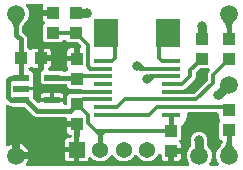
<source format=gbr>
G04 EAGLE Gerber RS-274X export*
G75*
%MOMM*%
%FSLAX34Y34*%
%LPD*%
%INTop Copper*%
%IPPOS*%
%AMOC8*
5,1,8,0,0,1.08239X$1,22.5*%
G01*
%ADD10R,1.000000X1.100000*%
%ADD11R,1.100000X1.000000*%
%ADD12R,1.371600X1.371600*%
%ADD13C,1.371600*%
%ADD14C,1.500000*%
%ADD15R,1.570000X0.350000*%
%ADD16R,2.100000X2.400000*%
%ADD17R,1.320800X0.558800*%
%ADD18C,0.350000*%
%ADD19C,0.304800*%
%ADD20C,0.406400*%
%ADD21C,0.800000*%
%ADD22C,0.800000*%
%ADD23C,0.700000*%

G36*
X157693Y3822D02*
X157693Y3822D01*
X157794Y3824D01*
X157866Y3842D01*
X157940Y3851D01*
X158034Y3884D01*
X158132Y3909D01*
X158198Y3943D01*
X158268Y3968D01*
X158352Y4023D01*
X158442Y4069D01*
X158498Y4117D01*
X158561Y4157D01*
X158631Y4229D01*
X158707Y4294D01*
X158751Y4354D01*
X158803Y4408D01*
X158855Y4494D01*
X158914Y4575D01*
X158944Y4643D01*
X158982Y4707D01*
X159012Y4802D01*
X159052Y4895D01*
X159065Y4968D01*
X159088Y5039D01*
X159096Y5139D01*
X159114Y5238D01*
X159110Y5312D01*
X159116Y5386D01*
X159101Y5485D01*
X159096Y5586D01*
X159075Y5657D01*
X159064Y5731D01*
X159027Y5824D01*
X158999Y5921D01*
X158963Y5986D01*
X158936Y6055D01*
X158878Y6137D01*
X158829Y6225D01*
X158764Y6301D01*
X158737Y6341D01*
X158710Y6365D01*
X158671Y6411D01*
X158557Y6525D01*
X156951Y10402D01*
X156951Y14598D01*
X158557Y18475D01*
X160005Y19923D01*
X160084Y20022D01*
X160168Y20116D01*
X160192Y20158D01*
X160222Y20196D01*
X160276Y20310D01*
X160337Y20421D01*
X160350Y20468D01*
X160371Y20511D01*
X160397Y20635D01*
X160432Y20757D01*
X160437Y20817D01*
X160444Y20852D01*
X160443Y20900D01*
X160451Y21000D01*
X160451Y27027D01*
X161524Y29618D01*
X163507Y31601D01*
X166098Y32674D01*
X168902Y32674D01*
X171493Y31601D01*
X173476Y29618D01*
X174549Y27027D01*
X174549Y21000D01*
X174563Y20875D01*
X174570Y20749D01*
X174583Y20702D01*
X174589Y20654D01*
X174631Y20535D01*
X174666Y20414D01*
X174690Y20372D01*
X174706Y20326D01*
X174775Y20220D01*
X174836Y20110D01*
X174876Y20063D01*
X174895Y20033D01*
X174930Y20000D01*
X174995Y19923D01*
X176443Y18475D01*
X178049Y14598D01*
X178049Y10402D01*
X176443Y6525D01*
X176329Y6411D01*
X176267Y6332D01*
X176197Y6260D01*
X176159Y6196D01*
X176113Y6138D01*
X176070Y6047D01*
X176018Y5961D01*
X175996Y5890D01*
X175964Y5823D01*
X175943Y5725D01*
X175912Y5629D01*
X175906Y5555D01*
X175890Y5482D01*
X175892Y5382D01*
X175884Y5282D01*
X175895Y5208D01*
X175896Y5134D01*
X175921Y5036D01*
X175936Y4937D01*
X175963Y4868D01*
X175981Y4796D01*
X176027Y4706D01*
X176064Y4613D01*
X176107Y4552D01*
X176141Y4486D01*
X176206Y4410D01*
X176263Y4327D01*
X176318Y4277D01*
X176367Y4221D01*
X176448Y4161D01*
X176522Y4094D01*
X176587Y4058D01*
X176647Y4013D01*
X176739Y3974D01*
X176827Y3925D01*
X176899Y3905D01*
X176967Y3875D01*
X177066Y3858D01*
X177163Y3830D01*
X177263Y3822D01*
X177310Y3814D01*
X177346Y3816D01*
X177406Y3811D01*
X182594Y3811D01*
X182693Y3822D01*
X182794Y3824D01*
X182866Y3842D01*
X182940Y3851D01*
X183034Y3884D01*
X183132Y3909D01*
X183198Y3943D01*
X183268Y3968D01*
X183352Y4023D01*
X183442Y4069D01*
X183498Y4117D01*
X183561Y4157D01*
X183631Y4229D01*
X183707Y4294D01*
X183751Y4354D01*
X183803Y4408D01*
X183855Y4494D01*
X183914Y4575D01*
X183944Y4643D01*
X183982Y4707D01*
X184012Y4802D01*
X184052Y4895D01*
X184065Y4968D01*
X184088Y5039D01*
X184096Y5139D01*
X184114Y5238D01*
X184110Y5312D01*
X184116Y5386D01*
X184101Y5485D01*
X184096Y5586D01*
X184075Y5657D01*
X184064Y5731D01*
X184027Y5824D01*
X183999Y5921D01*
X183963Y5986D01*
X183936Y6055D01*
X183878Y6137D01*
X183829Y6225D01*
X183764Y6301D01*
X183737Y6341D01*
X183710Y6365D01*
X183671Y6411D01*
X183557Y6525D01*
X181951Y10402D01*
X181951Y14598D01*
X183557Y18475D01*
X185878Y20796D01*
X185912Y20840D01*
X185953Y20877D01*
X186086Y21058D01*
X186094Y21069D01*
X186096Y21072D01*
X186098Y21075D01*
X187193Y22855D01*
X187237Y22948D01*
X187260Y22986D01*
X187264Y23000D01*
X187305Y23074D01*
X187319Y23124D01*
X187341Y23170D01*
X187366Y23291D01*
X187400Y23409D01*
X187405Y23475D01*
X187413Y23511D01*
X187412Y23558D01*
X187419Y23653D01*
X187419Y24428D01*
X187416Y24454D01*
X187418Y24480D01*
X187396Y24627D01*
X187379Y24774D01*
X187371Y24799D01*
X187367Y24825D01*
X187312Y24963D01*
X187262Y25102D01*
X187248Y25124D01*
X187238Y25149D01*
X187153Y25270D01*
X187073Y25395D01*
X187054Y25413D01*
X187039Y25435D01*
X186929Y25534D01*
X186822Y25637D01*
X186800Y25651D01*
X186780Y25668D01*
X186650Y25740D01*
X186523Y25816D01*
X186498Y25824D01*
X186475Y25837D01*
X186332Y25877D01*
X186191Y25922D01*
X186165Y25924D01*
X186140Y25932D01*
X185896Y25951D01*
X185737Y25951D01*
X183951Y27737D01*
X183951Y40263D01*
X185111Y41423D01*
X185128Y41443D01*
X185148Y41460D01*
X185236Y41580D01*
X185328Y41696D01*
X185339Y41720D01*
X185355Y41741D01*
X185414Y41877D01*
X185477Y42011D01*
X185482Y42037D01*
X185493Y42061D01*
X185519Y42207D01*
X185550Y42352D01*
X185550Y42378D01*
X185554Y42404D01*
X185547Y42551D01*
X185544Y42700D01*
X185538Y42726D01*
X185537Y42752D01*
X185495Y42894D01*
X185459Y43038D01*
X185447Y43061D01*
X185440Y43087D01*
X185368Y43216D01*
X185300Y43348D01*
X185283Y43368D01*
X185270Y43391D01*
X185111Y43577D01*
X183951Y44737D01*
X183951Y47654D01*
X183948Y47680D01*
X183950Y47706D01*
X183928Y47853D01*
X183911Y48000D01*
X183903Y48025D01*
X183899Y48051D01*
X183844Y48189D01*
X183794Y48328D01*
X183780Y48350D01*
X183770Y48375D01*
X183685Y48496D01*
X183605Y48621D01*
X183586Y48639D01*
X183571Y48661D01*
X183461Y48760D01*
X183354Y48863D01*
X183332Y48877D01*
X183312Y48894D01*
X183182Y48966D01*
X183055Y49042D01*
X183030Y49050D01*
X183007Y49063D01*
X182864Y49103D01*
X182723Y49148D01*
X182697Y49150D01*
X182672Y49158D01*
X182428Y49177D01*
X158399Y49177D01*
X158373Y49174D01*
X158347Y49176D01*
X158200Y49154D01*
X158053Y49137D01*
X158028Y49129D01*
X158002Y49125D01*
X157864Y49070D01*
X157725Y49020D01*
X157703Y49006D01*
X157678Y48996D01*
X157556Y48911D01*
X157432Y48831D01*
X157414Y48812D01*
X157392Y48797D01*
X157293Y48687D01*
X157190Y48580D01*
X157176Y48558D01*
X157159Y48538D01*
X157087Y48408D01*
X157011Y48281D01*
X157003Y48256D01*
X156990Y48233D01*
X156950Y48090D01*
X156905Y47949D01*
X156903Y47923D01*
X156895Y47898D01*
X156876Y47654D01*
X156876Y45950D01*
X156882Y45899D01*
X156879Y45847D01*
X156902Y45726D01*
X156905Y45699D01*
X156883Y45480D01*
X156884Y45431D01*
X156876Y45330D01*
X156876Y45129D01*
X156866Y45103D01*
X156822Y44862D01*
X156786Y44497D01*
X156789Y44345D01*
X156787Y44194D01*
X156788Y44190D01*
X156785Y44180D01*
X156780Y44153D01*
X156770Y44128D01*
X156726Y43887D01*
X156724Y43865D01*
X156696Y43822D01*
X156686Y43796D01*
X156677Y43780D01*
X156662Y43736D01*
X156607Y43594D01*
X156476Y43163D01*
X156449Y43015D01*
X156417Y42866D01*
X156417Y42862D01*
X156413Y42853D01*
X156402Y42828D01*
X156388Y42805D01*
X156298Y42577D01*
X156292Y42556D01*
X156256Y42519D01*
X156241Y42495D01*
X156229Y42482D01*
X156206Y42441D01*
X156124Y42313D01*
X155912Y41916D01*
X155856Y41776D01*
X155796Y41636D01*
X155795Y41632D01*
X155789Y41624D01*
X155774Y41601D01*
X155755Y41582D01*
X155623Y41376D01*
X155612Y41356D01*
X155570Y41327D01*
X155551Y41307D01*
X155536Y41296D01*
X155506Y41260D01*
X155400Y41151D01*
X155167Y40867D01*
X155139Y40823D01*
X155104Y40785D01*
X155045Y40677D01*
X155030Y40654D01*
X154874Y40498D01*
X154844Y40460D01*
X154774Y40387D01*
X154646Y40232D01*
X154622Y40218D01*
X154436Y40060D01*
X152245Y37869D01*
X152166Y37770D01*
X152082Y37676D01*
X152058Y37634D01*
X152028Y37596D01*
X151974Y37482D01*
X151913Y37371D01*
X151900Y37324D01*
X151879Y37281D01*
X151853Y37157D01*
X151818Y37036D01*
X151813Y36975D01*
X151806Y36940D01*
X151807Y36892D01*
X151799Y36792D01*
X151799Y26737D01*
X151139Y26077D01*
X151122Y26057D01*
X151102Y26040D01*
X151014Y25921D01*
X150922Y25804D01*
X150911Y25780D01*
X150895Y25759D01*
X150837Y25623D01*
X150773Y25489D01*
X150768Y25463D01*
X150757Y25439D01*
X150731Y25293D01*
X150700Y25148D01*
X150700Y25122D01*
X150696Y25096D01*
X150703Y24948D01*
X150706Y24800D01*
X150712Y24774D01*
X150713Y24748D01*
X150755Y24606D01*
X150791Y24462D01*
X150803Y24439D01*
X150810Y24413D01*
X150883Y24284D01*
X150950Y24152D01*
X150967Y24132D01*
X150980Y24109D01*
X151139Y23923D01*
X151190Y23872D01*
X151591Y23177D01*
X151799Y22401D01*
X151799Y18999D01*
X144726Y18999D01*
X144700Y18996D01*
X144674Y18998D01*
X144527Y18976D01*
X144380Y18959D01*
X144355Y18951D01*
X144329Y18947D01*
X144192Y18892D01*
X144052Y18842D01*
X144030Y18828D01*
X144005Y18818D01*
X143884Y18733D01*
X143759Y18653D01*
X143741Y18634D01*
X143719Y18619D01*
X143620Y18509D01*
X143517Y18402D01*
X143503Y18380D01*
X143486Y18360D01*
X143414Y18230D01*
X143338Y18103D01*
X143330Y18078D01*
X143317Y18055D01*
X143277Y17912D01*
X143232Y17771D01*
X143230Y17745D01*
X143223Y17720D01*
X143203Y17476D01*
X143203Y17047D01*
X142774Y17047D01*
X142748Y17044D01*
X142722Y17046D01*
X142575Y17024D01*
X142428Y17007D01*
X142403Y16998D01*
X142377Y16994D01*
X142239Y16940D01*
X142100Y16890D01*
X142078Y16875D01*
X142053Y16866D01*
X141932Y16781D01*
X141807Y16701D01*
X141789Y16682D01*
X141767Y16667D01*
X141668Y16557D01*
X141565Y16450D01*
X141551Y16427D01*
X141534Y16408D01*
X141462Y16278D01*
X141386Y16151D01*
X141378Y16126D01*
X141365Y16103D01*
X141325Y15960D01*
X141280Y15819D01*
X141277Y15793D01*
X141270Y15768D01*
X141251Y15524D01*
X141251Y7951D01*
X138349Y7951D01*
X137573Y8159D01*
X136878Y8560D01*
X136310Y9128D01*
X135909Y9823D01*
X135701Y10599D01*
X135701Y12807D01*
X135696Y12858D01*
X135698Y12908D01*
X135676Y13030D01*
X135661Y13154D01*
X135644Y13201D01*
X135635Y13251D01*
X135586Y13365D01*
X135544Y13482D01*
X135517Y13524D01*
X135497Y13570D01*
X135422Y13670D01*
X135355Y13775D01*
X135319Y13810D01*
X135289Y13850D01*
X135194Y13930D01*
X135104Y14017D01*
X135061Y14043D01*
X135023Y14075D01*
X134912Y14132D01*
X134805Y14196D01*
X134757Y14211D01*
X134712Y14234D01*
X134592Y14264D01*
X134473Y14302D01*
X134423Y14306D01*
X134374Y14318D01*
X134250Y14320D01*
X134126Y14330D01*
X134076Y14322D01*
X134026Y14323D01*
X133904Y14297D01*
X133781Y14278D01*
X133734Y14260D01*
X133685Y14249D01*
X133573Y14195D01*
X133457Y14149D01*
X133416Y14121D01*
X133370Y14099D01*
X133273Y14021D01*
X133171Y13950D01*
X133137Y13913D01*
X133098Y13882D01*
X133021Y13784D01*
X132938Y13692D01*
X132913Y13648D01*
X132882Y13608D01*
X132771Y13390D01*
X132149Y11888D01*
X129362Y9101D01*
X125721Y7593D01*
X121779Y7593D01*
X118138Y9101D01*
X115351Y11888D01*
X115157Y12357D01*
X115109Y12445D01*
X115068Y12537D01*
X115024Y12597D01*
X114988Y12662D01*
X114921Y12736D01*
X114861Y12817D01*
X114804Y12865D01*
X114754Y12920D01*
X114671Y12977D01*
X114595Y13042D01*
X114528Y13076D01*
X114467Y13118D01*
X114374Y13155D01*
X114284Y13201D01*
X114212Y13219D01*
X114143Y13246D01*
X114044Y13260D01*
X113946Y13285D01*
X113872Y13286D01*
X113798Y13297D01*
X113698Y13288D01*
X113598Y13290D01*
X113525Y13274D01*
X113451Y13268D01*
X113355Y13237D01*
X113257Y13215D01*
X113190Y13183D01*
X113119Y13161D01*
X113033Y13109D01*
X112942Y13066D01*
X112884Y13019D01*
X112821Y12981D01*
X112749Y12911D01*
X112670Y12848D01*
X112624Y12790D01*
X112571Y12738D01*
X112516Y12654D01*
X112454Y12575D01*
X112408Y12485D01*
X112382Y12445D01*
X112370Y12411D01*
X112343Y12357D01*
X112149Y11888D01*
X109362Y9101D01*
X105721Y7593D01*
X101779Y7593D01*
X98138Y9101D01*
X95351Y11888D01*
X95157Y12357D01*
X95109Y12445D01*
X95068Y12537D01*
X95024Y12597D01*
X94988Y12662D01*
X94921Y12736D01*
X94861Y12817D01*
X94804Y12865D01*
X94754Y12920D01*
X94671Y12977D01*
X94595Y13042D01*
X94528Y13076D01*
X94467Y13118D01*
X94374Y13155D01*
X94284Y13201D01*
X94212Y13219D01*
X94143Y13246D01*
X94044Y13260D01*
X93946Y13285D01*
X93872Y13286D01*
X93798Y13297D01*
X93698Y13288D01*
X93598Y13290D01*
X93525Y13274D01*
X93451Y13268D01*
X93355Y13237D01*
X93257Y13215D01*
X93190Y13183D01*
X93119Y13161D01*
X93033Y13109D01*
X92942Y13066D01*
X92884Y13019D01*
X92821Y12981D01*
X92749Y12911D01*
X92670Y12848D01*
X92624Y12790D01*
X92571Y12738D01*
X92516Y12654D01*
X92454Y12575D01*
X92408Y12485D01*
X92382Y12445D01*
X92370Y12411D01*
X92343Y12357D01*
X92149Y11888D01*
X89362Y9101D01*
X85721Y7593D01*
X81779Y7593D01*
X78138Y9101D01*
X76229Y11011D01*
X76169Y11058D01*
X76117Y11113D01*
X76033Y11166D01*
X75956Y11228D01*
X75887Y11260D01*
X75823Y11301D01*
X75730Y11334D01*
X75641Y11377D01*
X75567Y11393D01*
X75495Y11418D01*
X75397Y11429D01*
X75300Y11450D01*
X75224Y11449D01*
X75149Y11457D01*
X75050Y11446D01*
X74951Y11444D01*
X74878Y11426D01*
X74803Y11417D01*
X74710Y11383D01*
X74613Y11359D01*
X74546Y11324D01*
X74475Y11299D01*
X74392Y11245D01*
X74304Y11199D01*
X74246Y11150D01*
X74182Y11109D01*
X74114Y11038D01*
X74038Y10974D01*
X73993Y10913D01*
X73941Y10858D01*
X73890Y10773D01*
X73831Y10693D01*
X73801Y10624D01*
X73762Y10559D01*
X73712Y10416D01*
X73693Y10373D01*
X73690Y10355D01*
X73680Y10328D01*
X73449Y9465D01*
X73048Y8770D01*
X72480Y8202D01*
X71785Y7801D01*
X71009Y7593D01*
X66035Y7593D01*
X66035Y16738D01*
X66032Y16764D01*
X66034Y16790D01*
X66012Y16937D01*
X65995Y17084D01*
X65987Y17109D01*
X65983Y17135D01*
X65928Y17272D01*
X65878Y17412D01*
X65864Y17434D01*
X65854Y17459D01*
X65822Y17504D01*
X65824Y17508D01*
X65900Y17635D01*
X65908Y17660D01*
X65921Y17683D01*
X65961Y17826D01*
X66006Y17967D01*
X66008Y17993D01*
X66016Y18018D01*
X66035Y18262D01*
X66035Y28171D01*
X66038Y28176D01*
X66114Y28303D01*
X66122Y28328D01*
X66135Y28351D01*
X66175Y28494D01*
X66220Y28635D01*
X66222Y28661D01*
X66230Y28686D01*
X66249Y28930D01*
X66249Y38024D01*
X66246Y38050D01*
X66248Y38076D01*
X66226Y38223D01*
X66209Y38370D01*
X66201Y38395D01*
X66197Y38421D01*
X66142Y38558D01*
X66092Y38698D01*
X66078Y38720D01*
X66068Y38745D01*
X65983Y38866D01*
X65903Y38991D01*
X65884Y39009D01*
X65869Y39031D01*
X65759Y39130D01*
X65652Y39233D01*
X65630Y39247D01*
X65610Y39264D01*
X65480Y39336D01*
X65353Y39412D01*
X65328Y39420D01*
X65305Y39433D01*
X65162Y39473D01*
X65021Y39518D01*
X64995Y39520D01*
X64970Y39527D01*
X64726Y39547D01*
X64297Y39547D01*
X64297Y39976D01*
X64294Y40002D01*
X64296Y40028D01*
X64274Y40175D01*
X64257Y40322D01*
X64248Y40347D01*
X64244Y40373D01*
X64190Y40511D01*
X64140Y40650D01*
X64125Y40672D01*
X64116Y40697D01*
X64031Y40818D01*
X63951Y40943D01*
X63932Y40961D01*
X63917Y40983D01*
X63807Y41082D01*
X63700Y41185D01*
X63677Y41199D01*
X63658Y41216D01*
X63528Y41288D01*
X63401Y41364D01*
X63376Y41372D01*
X63353Y41385D01*
X63210Y41425D01*
X63069Y41470D01*
X63043Y41472D01*
X63018Y41480D01*
X62774Y41499D01*
X55701Y41499D01*
X55701Y43396D01*
X55698Y43422D01*
X55700Y43448D01*
X55678Y43595D01*
X55661Y43742D01*
X55653Y43767D01*
X55649Y43793D01*
X55594Y43931D01*
X55544Y44070D01*
X55530Y44092D01*
X55520Y44117D01*
X55435Y44238D01*
X55355Y44363D01*
X55336Y44381D01*
X55321Y44403D01*
X55211Y44502D01*
X55104Y44605D01*
X55082Y44619D01*
X55062Y44636D01*
X54932Y44708D01*
X54805Y44784D01*
X54780Y44792D01*
X54757Y44805D01*
X54614Y44845D01*
X54473Y44890D01*
X54447Y44892D01*
X54422Y44900D01*
X54178Y44919D01*
X29637Y44919D01*
X27770Y45693D01*
X26127Y47336D01*
X19900Y53563D01*
X19801Y53642D01*
X19707Y53726D01*
X19664Y53750D01*
X19627Y53780D01*
X19512Y53834D01*
X19402Y53895D01*
X19355Y53908D01*
X19312Y53929D01*
X19188Y53955D01*
X19066Y53990D01*
X19006Y53995D01*
X18971Y54002D01*
X18923Y54001D01*
X18823Y54009D01*
X9179Y54009D01*
X8863Y54325D01*
X8764Y54404D01*
X8670Y54488D01*
X8628Y54512D01*
X8590Y54542D01*
X8476Y54596D01*
X8365Y54657D01*
X8319Y54670D01*
X8275Y54691D01*
X8152Y54717D01*
X8030Y54752D01*
X7969Y54757D01*
X7935Y54764D01*
X7887Y54763D01*
X7786Y54771D01*
X7262Y54771D01*
X5917Y55329D01*
X5772Y55370D01*
X5629Y55416D01*
X5605Y55418D01*
X5582Y55424D01*
X5431Y55432D01*
X5282Y55444D01*
X5258Y55440D01*
X5234Y55441D01*
X5086Y55414D01*
X4937Y55392D01*
X4915Y55383D01*
X4891Y55379D01*
X4753Y55319D01*
X4613Y55263D01*
X4593Y55249D01*
X4571Y55240D01*
X4450Y55150D01*
X4327Y55064D01*
X4311Y55046D01*
X4291Y55032D01*
X4194Y54917D01*
X4094Y54806D01*
X4082Y54784D01*
X4066Y54766D01*
X3998Y54632D01*
X3925Y54500D01*
X3919Y54477D01*
X3908Y54456D01*
X3871Y54310D01*
X3830Y54165D01*
X3828Y54136D01*
X3823Y54117D01*
X3823Y54070D01*
X3811Y53921D01*
X3811Y22215D01*
X3829Y22061D01*
X3842Y21907D01*
X3848Y21888D01*
X3851Y21869D01*
X3903Y21723D01*
X3952Y21576D01*
X3962Y21559D01*
X3968Y21541D01*
X4052Y21411D01*
X4133Y21278D01*
X4147Y21264D01*
X4157Y21248D01*
X4269Y21140D01*
X4378Y21030D01*
X4394Y21020D01*
X4408Y21006D01*
X4541Y20926D01*
X4672Y20843D01*
X4690Y20837D01*
X4707Y20827D01*
X4855Y20780D01*
X5001Y20729D01*
X5020Y20727D01*
X5039Y20721D01*
X5193Y20709D01*
X5348Y20692D01*
X5367Y20695D01*
X5386Y20693D01*
X5540Y20716D01*
X5694Y20735D01*
X5712Y20742D01*
X5731Y20745D01*
X5876Y20802D01*
X6021Y20856D01*
X6040Y20868D01*
X6055Y20873D01*
X6091Y20898D01*
X6229Y20983D01*
X6971Y21522D01*
X8451Y22276D01*
X9453Y22602D01*
X9453Y14024D01*
X9456Y13998D01*
X9454Y13972D01*
X9476Y13825D01*
X9493Y13678D01*
X9501Y13653D01*
X9505Y13627D01*
X9560Y13489D01*
X9610Y13350D01*
X9624Y13328D01*
X9634Y13303D01*
X9719Y13182D01*
X9799Y13057D01*
X9818Y13039D01*
X9833Y13017D01*
X9943Y12918D01*
X10050Y12815D01*
X10072Y12801D01*
X10092Y12784D01*
X10222Y12712D01*
X10349Y12636D01*
X10374Y12628D01*
X10397Y12615D01*
X10540Y12575D01*
X10681Y12530D01*
X10707Y12528D01*
X10732Y12520D01*
X10976Y12501D01*
X12501Y12501D01*
X12501Y10976D01*
X12504Y10950D01*
X12502Y10924D01*
X12524Y10777D01*
X12541Y10630D01*
X12550Y10605D01*
X12553Y10579D01*
X12608Y10441D01*
X12658Y10302D01*
X12672Y10280D01*
X12682Y10255D01*
X12767Y10134D01*
X12847Y10009D01*
X12866Y9991D01*
X12881Y9969D01*
X12991Y9870D01*
X13098Y9767D01*
X13120Y9753D01*
X13140Y9736D01*
X13270Y9664D01*
X13397Y9588D01*
X13422Y9580D01*
X13445Y9567D01*
X13588Y9527D01*
X13729Y9482D01*
X13755Y9480D01*
X13780Y9472D01*
X14024Y9453D01*
X22602Y9453D01*
X22276Y8451D01*
X21522Y6971D01*
X20983Y6229D01*
X20907Y6094D01*
X20827Y5961D01*
X20821Y5943D01*
X20812Y5926D01*
X20768Y5777D01*
X20721Y5629D01*
X20719Y5610D01*
X20714Y5591D01*
X20705Y5436D01*
X20693Y5282D01*
X20696Y5263D01*
X20695Y5243D01*
X20722Y5090D01*
X20745Y4937D01*
X20752Y4919D01*
X20755Y4900D01*
X20816Y4757D01*
X20873Y4613D01*
X20884Y4597D01*
X20892Y4580D01*
X20984Y4454D01*
X21072Y4327D01*
X21087Y4314D01*
X21098Y4299D01*
X21216Y4197D01*
X21331Y4094D01*
X21348Y4084D01*
X21363Y4072D01*
X21501Y4000D01*
X21636Y3925D01*
X21655Y3920D01*
X21672Y3911D01*
X21822Y3873D01*
X21972Y3830D01*
X21995Y3828D01*
X22010Y3825D01*
X22053Y3824D01*
X22215Y3811D01*
X157594Y3811D01*
X157693Y3822D01*
G37*
G36*
X54204Y55084D02*
X54204Y55084D01*
X54230Y55082D01*
X54377Y55104D01*
X54524Y55121D01*
X54549Y55129D01*
X54575Y55133D01*
X54713Y55188D01*
X54852Y55238D01*
X54874Y55252D01*
X54899Y55262D01*
X55020Y55347D01*
X55145Y55427D01*
X55163Y55446D01*
X55185Y55461D01*
X55284Y55571D01*
X55387Y55678D01*
X55401Y55700D01*
X55418Y55720D01*
X55490Y55850D01*
X55566Y55977D01*
X55574Y56002D01*
X55587Y56025D01*
X55627Y56168D01*
X55672Y56309D01*
X55674Y56335D01*
X55682Y56360D01*
X55701Y56604D01*
X55701Y62763D01*
X57487Y64549D01*
X66785Y64549D01*
X66787Y64549D01*
X66789Y64549D01*
X66960Y64569D01*
X67132Y64589D01*
X67134Y64589D01*
X67136Y64590D01*
X67368Y64665D01*
X67809Y64847D01*
X67876Y64884D01*
X67947Y64913D01*
X68027Y64969D01*
X68114Y65017D01*
X68170Y65068D01*
X68233Y65112D01*
X68299Y65185D01*
X68372Y65251D01*
X68415Y65314D01*
X68466Y65370D01*
X68514Y65456D01*
X68570Y65537D01*
X68598Y65608D01*
X68607Y65625D01*
X68614Y65637D01*
X68615Y65639D01*
X68635Y65675D01*
X68662Y65770D01*
X68698Y65862D01*
X68708Y65929D01*
X68720Y65969D01*
X68721Y65982D01*
X68730Y66011D01*
X68742Y66160D01*
X68749Y66206D01*
X68747Y66225D01*
X68749Y66255D01*
X68749Y67678D01*
X68746Y67704D01*
X68748Y67730D01*
X68726Y67877D01*
X68709Y68024D01*
X68701Y68049D01*
X68697Y68075D01*
X68642Y68213D01*
X68592Y68352D01*
X68578Y68374D01*
X68568Y68399D01*
X68483Y68520D01*
X68403Y68645D01*
X68384Y68663D01*
X68369Y68685D01*
X68259Y68784D01*
X68152Y68887D01*
X68130Y68901D01*
X68110Y68918D01*
X67980Y68990D01*
X67853Y69066D01*
X67828Y69074D01*
X67805Y69087D01*
X67662Y69127D01*
X67521Y69172D01*
X67495Y69174D01*
X67470Y69182D01*
X67226Y69201D01*
X57487Y69201D01*
X55701Y70987D01*
X55701Y72044D01*
X55698Y72070D01*
X55700Y72096D01*
X55678Y72243D01*
X55661Y72390D01*
X55653Y72415D01*
X55649Y72441D01*
X55594Y72579D01*
X55544Y72718D01*
X55530Y72740D01*
X55520Y72765D01*
X55435Y72886D01*
X55355Y73011D01*
X55336Y73029D01*
X55321Y73051D01*
X55211Y73150D01*
X55104Y73253D01*
X55082Y73267D01*
X55062Y73284D01*
X54932Y73356D01*
X54805Y73432D01*
X54780Y73440D01*
X54757Y73453D01*
X54614Y73493D01*
X54473Y73538D01*
X54447Y73540D01*
X54422Y73548D01*
X54178Y73567D01*
X52214Y73567D01*
X52088Y73553D01*
X51962Y73546D01*
X51916Y73533D01*
X51868Y73527D01*
X51749Y73485D01*
X51627Y73450D01*
X51585Y73426D01*
X51539Y73410D01*
X51433Y73341D01*
X51323Y73280D01*
X51277Y73240D01*
X51247Y73221D01*
X51213Y73186D01*
X51137Y73121D01*
X50821Y72805D01*
X35087Y72805D01*
X33301Y74591D01*
X33301Y82705D01*
X35416Y84820D01*
X35443Y84837D01*
X35461Y84856D01*
X35483Y84871D01*
X35582Y84981D01*
X35685Y85088D01*
X35699Y85110D01*
X35716Y85130D01*
X35788Y85260D01*
X35864Y85387D01*
X35872Y85412D01*
X35885Y85435D01*
X35925Y85578D01*
X35970Y85719D01*
X35972Y85745D01*
X35980Y85770D01*
X35999Y86014D01*
X35999Y92501D01*
X42049Y92501D01*
X42049Y89599D01*
X41841Y88823D01*
X41440Y88128D01*
X40872Y87560D01*
X40478Y87333D01*
X40378Y87259D01*
X40273Y87191D01*
X40238Y87155D01*
X40198Y87126D01*
X40118Y87030D01*
X40031Y86940D01*
X40005Y86898D01*
X39973Y86860D01*
X39916Y86748D01*
X39852Y86641D01*
X39837Y86594D01*
X39814Y86550D01*
X39784Y86428D01*
X39746Y86309D01*
X39742Y86260D01*
X39730Y86212D01*
X39728Y86086D01*
X39718Y85962D01*
X39725Y85913D01*
X39724Y85863D01*
X39751Y85741D01*
X39769Y85617D01*
X39788Y85571D01*
X39798Y85522D01*
X39852Y85409D01*
X39898Y85293D01*
X39926Y85252D01*
X39948Y85208D01*
X40026Y85110D01*
X40097Y85007D01*
X40134Y84974D01*
X40165Y84935D01*
X40263Y84857D01*
X40356Y84774D01*
X40399Y84750D01*
X40438Y84719D01*
X40551Y84666D01*
X40661Y84605D01*
X40709Y84592D01*
X40754Y84571D01*
X40876Y84544D01*
X40996Y84510D01*
X41059Y84505D01*
X41094Y84498D01*
X41142Y84499D01*
X41240Y84491D01*
X50821Y84491D01*
X51137Y84175D01*
X51236Y84096D01*
X51330Y84012D01*
X51372Y83988D01*
X51410Y83958D01*
X51524Y83904D01*
X51635Y83843D01*
X51681Y83830D01*
X51725Y83809D01*
X51848Y83783D01*
X51970Y83748D01*
X52031Y83743D01*
X52066Y83736D01*
X52114Y83737D01*
X52214Y83729D01*
X54286Y83729D01*
X54412Y83743D01*
X54538Y83750D01*
X54584Y83763D01*
X54632Y83769D01*
X54751Y83811D01*
X54873Y83846D01*
X54915Y83870D01*
X54961Y83886D01*
X55067Y83955D01*
X55177Y84016D01*
X55223Y84056D01*
X55253Y84075D01*
X55287Y84110D01*
X55363Y84175D01*
X56361Y85173D01*
X56378Y85193D01*
X56398Y85210D01*
X56486Y85330D01*
X56578Y85446D01*
X56589Y85470D01*
X56605Y85491D01*
X56664Y85627D01*
X56727Y85761D01*
X56732Y85787D01*
X56743Y85811D01*
X56769Y85957D01*
X56800Y86102D01*
X56800Y86128D01*
X56804Y86154D01*
X56797Y86302D01*
X56794Y86450D01*
X56788Y86476D01*
X56787Y86502D01*
X56745Y86644D01*
X56709Y86788D01*
X56697Y86811D01*
X56690Y86837D01*
X56618Y86966D01*
X56550Y87098D01*
X56533Y87118D01*
X56520Y87141D01*
X56361Y87327D01*
X56310Y87378D01*
X55909Y88073D01*
X55701Y88849D01*
X55701Y92251D01*
X62774Y92251D01*
X62800Y92254D01*
X62826Y92252D01*
X62973Y92274D01*
X63120Y92291D01*
X63145Y92299D01*
X63171Y92303D01*
X63308Y92358D01*
X63448Y92408D01*
X63470Y92422D01*
X63495Y92432D01*
X63616Y92517D01*
X63741Y92597D01*
X63759Y92616D01*
X63781Y92631D01*
X63880Y92741D01*
X63983Y92848D01*
X63997Y92870D01*
X64014Y92890D01*
X64086Y93020D01*
X64162Y93147D01*
X64170Y93172D01*
X64183Y93195D01*
X64223Y93338D01*
X64268Y93479D01*
X64270Y93505D01*
X64277Y93530D01*
X64297Y93774D01*
X64297Y94203D01*
X64726Y94203D01*
X64752Y94206D01*
X64778Y94204D01*
X64925Y94226D01*
X65072Y94243D01*
X65097Y94252D01*
X65123Y94256D01*
X65261Y94310D01*
X65400Y94360D01*
X65422Y94375D01*
X65447Y94384D01*
X65568Y94469D01*
X65693Y94549D01*
X65711Y94568D01*
X65733Y94583D01*
X65832Y94693D01*
X65935Y94800D01*
X65949Y94823D01*
X65966Y94842D01*
X66038Y94972D01*
X66114Y95099D01*
X66122Y95124D01*
X66135Y95147D01*
X66175Y95290D01*
X66220Y95431D01*
X66222Y95457D01*
X66230Y95482D01*
X66249Y95726D01*
X66249Y103299D01*
X66307Y103299D01*
X66407Y103310D01*
X66507Y103312D01*
X66579Y103330D01*
X66653Y103339D01*
X66748Y103372D01*
X66845Y103397D01*
X66911Y103431D01*
X66981Y103456D01*
X67066Y103511D01*
X67155Y103557D01*
X67212Y103605D01*
X67274Y103645D01*
X67344Y103717D01*
X67420Y103782D01*
X67465Y103842D01*
X67516Y103896D01*
X67568Y103982D01*
X67628Y104063D01*
X67657Y104131D01*
X67695Y104195D01*
X67726Y104291D01*
X67766Y104383D01*
X67779Y104456D01*
X67801Y104527D01*
X67809Y104627D01*
X67827Y104726D01*
X67823Y104800D01*
X67829Y104874D01*
X67814Y104974D01*
X67809Y105074D01*
X67789Y105145D01*
X67778Y105219D01*
X67741Y105312D01*
X67713Y105409D01*
X67676Y105474D01*
X67649Y105543D01*
X67592Y105625D01*
X67543Y105713D01*
X67477Y105789D01*
X67450Y105829D01*
X67424Y105853D01*
X67384Y105899D01*
X65278Y108005D01*
X65179Y108084D01*
X65085Y108168D01*
X65043Y108192D01*
X65005Y108222D01*
X64891Y108276D01*
X64780Y108337D01*
X64734Y108350D01*
X64690Y108371D01*
X64567Y108397D01*
X64445Y108432D01*
X64384Y108437D01*
X64349Y108444D01*
X64301Y108443D01*
X64201Y108451D01*
X56487Y108451D01*
X54577Y110361D01*
X54557Y110378D01*
X54540Y110398D01*
X54420Y110486D01*
X54304Y110578D01*
X54280Y110589D01*
X54259Y110605D01*
X54123Y110664D01*
X53989Y110727D01*
X53963Y110732D01*
X53939Y110743D01*
X53793Y110769D01*
X53648Y110800D01*
X53622Y110800D01*
X53596Y110804D01*
X53448Y110797D01*
X53300Y110794D01*
X53274Y110788D01*
X53248Y110787D01*
X53106Y110745D01*
X52962Y110709D01*
X52939Y110697D01*
X52913Y110690D01*
X52784Y110617D01*
X52652Y110550D01*
X52632Y110533D01*
X52609Y110520D01*
X52423Y110361D01*
X50513Y108451D01*
X36987Y108451D01*
X35201Y110237D01*
X35201Y122763D01*
X36361Y123923D01*
X36378Y123943D01*
X36398Y123960D01*
X36486Y124080D01*
X36578Y124196D01*
X36589Y124220D01*
X36605Y124241D01*
X36664Y124377D01*
X36727Y124511D01*
X36732Y124537D01*
X36743Y124561D01*
X36769Y124707D01*
X36800Y124852D01*
X36800Y124878D01*
X36804Y124904D01*
X36797Y125052D01*
X36794Y125200D01*
X36788Y125226D01*
X36787Y125252D01*
X36745Y125394D01*
X36709Y125538D01*
X36697Y125561D01*
X36690Y125587D01*
X36617Y125716D01*
X36550Y125848D01*
X36533Y125868D01*
X36520Y125891D01*
X36361Y126077D01*
X35810Y126628D01*
X35409Y127323D01*
X35201Y128099D01*
X35201Y131001D01*
X42774Y131001D01*
X42800Y131004D01*
X42826Y131002D01*
X42973Y131024D01*
X43120Y131041D01*
X43145Y131049D01*
X43171Y131053D01*
X43308Y131108D01*
X43448Y131158D01*
X43470Y131172D01*
X43495Y131182D01*
X43616Y131267D01*
X43741Y131347D01*
X43759Y131366D01*
X43781Y131381D01*
X43880Y131491D01*
X43983Y131598D01*
X43997Y131620D01*
X44014Y131640D01*
X44086Y131770D01*
X44162Y131897D01*
X44170Y131922D01*
X44183Y131945D01*
X44223Y132088D01*
X44268Y132229D01*
X44270Y132255D01*
X44277Y132280D01*
X44297Y132524D01*
X44297Y134476D01*
X44294Y134502D01*
X44296Y134528D01*
X44274Y134675D01*
X44257Y134822D01*
X44248Y134847D01*
X44244Y134873D01*
X44190Y135011D01*
X44140Y135150D01*
X44125Y135172D01*
X44116Y135197D01*
X44031Y135318D01*
X43951Y135443D01*
X43932Y135461D01*
X43917Y135483D01*
X43807Y135582D01*
X43700Y135685D01*
X43677Y135699D01*
X43658Y135716D01*
X43528Y135788D01*
X43401Y135864D01*
X43376Y135872D01*
X43353Y135885D01*
X43210Y135925D01*
X43069Y135970D01*
X43043Y135972D01*
X43018Y135980D01*
X42774Y135999D01*
X35201Y135999D01*
X35201Y138901D01*
X35301Y139272D01*
X35308Y139322D01*
X35324Y139371D01*
X35333Y139494D01*
X35352Y139616D01*
X35347Y139667D01*
X35352Y139718D01*
X35333Y139841D01*
X35323Y139964D01*
X35307Y140012D01*
X35300Y140063D01*
X35254Y140178D01*
X35216Y140296D01*
X35190Y140339D01*
X35171Y140387D01*
X35101Y140488D01*
X35037Y140594D01*
X35001Y140631D01*
X34972Y140673D01*
X34881Y140756D01*
X34794Y140845D01*
X34751Y140872D01*
X34713Y140906D01*
X34605Y140966D01*
X34501Y141033D01*
X34453Y141050D01*
X34408Y141075D01*
X34289Y141108D01*
X34173Y141150D01*
X34122Y141156D01*
X34073Y141170D01*
X33829Y141189D01*
X22406Y141189D01*
X22307Y141178D01*
X22206Y141176D01*
X22134Y141158D01*
X22060Y141149D01*
X21966Y141116D01*
X21868Y141091D01*
X21802Y141057D01*
X21732Y141032D01*
X21648Y140977D01*
X21558Y140931D01*
X21502Y140883D01*
X21439Y140843D01*
X21369Y140771D01*
X21293Y140706D01*
X21249Y140646D01*
X21197Y140592D01*
X21145Y140506D01*
X21086Y140425D01*
X21056Y140357D01*
X21018Y140293D01*
X20988Y140198D01*
X20948Y140105D01*
X20935Y140032D01*
X20912Y139961D01*
X20904Y139861D01*
X20886Y139762D01*
X20890Y139688D01*
X20884Y139614D01*
X20899Y139515D01*
X20904Y139414D01*
X20925Y139343D01*
X20936Y139269D01*
X20973Y139176D01*
X21001Y139079D01*
X21037Y139014D01*
X21064Y138945D01*
X21122Y138863D01*
X21171Y138775D01*
X21236Y138699D01*
X21263Y138659D01*
X21290Y138635D01*
X21329Y138589D01*
X21443Y138475D01*
X23049Y134598D01*
X23049Y130402D01*
X21443Y126525D01*
X19400Y124482D01*
X19350Y124419D01*
X19293Y124363D01*
X19214Y124247D01*
X19184Y124209D01*
X19174Y124189D01*
X19155Y124161D01*
X17781Y121757D01*
X17743Y121667D01*
X17695Y121581D01*
X17674Y121507D01*
X17644Y121437D01*
X17627Y121340D01*
X17600Y121245D01*
X17592Y121142D01*
X17584Y121094D01*
X17585Y121059D01*
X17581Y121002D01*
X17581Y117735D01*
X17595Y117610D01*
X17602Y117484D01*
X17615Y117437D01*
X17621Y117389D01*
X17663Y117270D01*
X17698Y117149D01*
X17722Y117107D01*
X17738Y117061D01*
X17807Y116955D01*
X17868Y116845D01*
X17908Y116798D01*
X17927Y116768D01*
X17962Y116735D01*
X18027Y116658D01*
X20807Y113878D01*
X21581Y112011D01*
X21581Y104572D01*
X21584Y104546D01*
X21582Y104520D01*
X21604Y104373D01*
X21621Y104226D01*
X21629Y104201D01*
X21633Y104175D01*
X21688Y104037D01*
X21738Y103898D01*
X21752Y103876D01*
X21762Y103851D01*
X21847Y103730D01*
X21927Y103605D01*
X21946Y103587D01*
X21961Y103565D01*
X22071Y103466D01*
X22178Y103363D01*
X22200Y103349D01*
X22220Y103332D01*
X22350Y103260D01*
X22477Y103184D01*
X22502Y103176D01*
X22525Y103163D01*
X22668Y103123D01*
X22809Y103078D01*
X22835Y103076D01*
X22860Y103068D01*
X23104Y103049D01*
X23263Y103049D01*
X23923Y102389D01*
X23943Y102372D01*
X23960Y102352D01*
X24079Y102264D01*
X24196Y102172D01*
X24220Y102161D01*
X24241Y102145D01*
X24377Y102087D01*
X24511Y102023D01*
X24537Y102018D01*
X24561Y102007D01*
X24707Y101981D01*
X24852Y101950D01*
X24878Y101950D01*
X24904Y101946D01*
X25052Y101953D01*
X25200Y101956D01*
X25226Y101962D01*
X25252Y101963D01*
X25394Y102005D01*
X25538Y102041D01*
X25561Y102053D01*
X25587Y102060D01*
X25716Y102133D01*
X25848Y102200D01*
X25868Y102217D01*
X25891Y102230D01*
X26077Y102389D01*
X26128Y102440D01*
X26823Y102841D01*
X27599Y103049D01*
X31001Y103049D01*
X31001Y95976D01*
X31004Y95950D01*
X31002Y95924D01*
X31024Y95777D01*
X31041Y95630D01*
X31049Y95605D01*
X31053Y95579D01*
X31108Y95442D01*
X31158Y95302D01*
X31172Y95280D01*
X31182Y95255D01*
X31267Y95134D01*
X31347Y95009D01*
X31360Y94997D01*
X31315Y94950D01*
X31301Y94927D01*
X31284Y94908D01*
X31212Y94778D01*
X31136Y94651D01*
X31128Y94626D01*
X31115Y94603D01*
X31075Y94460D01*
X31030Y94319D01*
X31027Y94293D01*
X31020Y94268D01*
X31001Y94024D01*
X31001Y86951D01*
X27599Y86951D01*
X26823Y87159D01*
X26128Y87560D01*
X26077Y87611D01*
X26057Y87628D01*
X26040Y87648D01*
X25920Y87736D01*
X25804Y87828D01*
X25780Y87839D01*
X25759Y87855D01*
X25623Y87914D01*
X25489Y87977D01*
X25463Y87982D01*
X25439Y87993D01*
X25293Y88019D01*
X25148Y88050D01*
X25122Y88050D01*
X25096Y88054D01*
X24948Y88047D01*
X24800Y88044D01*
X24774Y88038D01*
X24748Y88037D01*
X24606Y87995D01*
X24462Y87959D01*
X24438Y87947D01*
X24413Y87940D01*
X24284Y87868D01*
X24152Y87800D01*
X24132Y87783D01*
X24109Y87770D01*
X23923Y87611D01*
X23403Y87091D01*
X23340Y87013D01*
X23270Y86940D01*
X23232Y86876D01*
X23186Y86818D01*
X23143Y86727D01*
X23092Y86641D01*
X23069Y86570D01*
X23037Y86503D01*
X23016Y86405D01*
X22985Y86309D01*
X22979Y86235D01*
X22964Y86162D01*
X22965Y86062D01*
X22957Y85962D01*
X22968Y85888D01*
X22970Y85814D01*
X22994Y85717D01*
X23009Y85617D01*
X23037Y85548D01*
X23055Y85476D01*
X23101Y85386D01*
X23138Y85293D01*
X23180Y85232D01*
X23214Y85166D01*
X23280Y85089D01*
X23337Y85007D01*
X23392Y84957D01*
X23440Y84901D01*
X23521Y84841D01*
X23596Y84774D01*
X23661Y84738D01*
X23720Y84693D01*
X23813Y84654D01*
X23901Y84605D01*
X23972Y84585D01*
X24040Y84555D01*
X24139Y84538D01*
X24236Y84510D01*
X24336Y84502D01*
X24383Y84494D01*
X24419Y84496D01*
X24480Y84491D01*
X24913Y84491D01*
X26699Y82705D01*
X26699Y74553D01*
X26676Y74526D01*
X26665Y74505D01*
X26651Y74487D01*
X26586Y74350D01*
X26517Y74216D01*
X26512Y74193D01*
X26502Y74172D01*
X26470Y74024D01*
X26433Y73877D01*
X26433Y73854D01*
X26428Y73831D01*
X26431Y73680D01*
X26429Y73529D01*
X26434Y73501D01*
X26434Y73482D01*
X26446Y73437D01*
X26473Y73288D01*
X26699Y72445D01*
X26699Y70773D01*
X17046Y70773D01*
X17020Y70770D01*
X16994Y70772D01*
X16847Y70750D01*
X16700Y70734D01*
X16675Y70725D01*
X16649Y70721D01*
X16512Y70666D01*
X16372Y70616D01*
X16350Y70602D01*
X16326Y70592D01*
X16204Y70508D01*
X16079Y70427D01*
X16061Y70408D01*
X16039Y70393D01*
X15940Y70283D01*
X15837Y70176D01*
X15824Y70154D01*
X15806Y70134D01*
X15734Y70004D01*
X15658Y69877D01*
X15650Y69852D01*
X15637Y69829D01*
X15597Y69686D01*
X15552Y69545D01*
X15550Y69519D01*
X15543Y69494D01*
X15523Y69250D01*
X15526Y69224D01*
X15524Y69198D01*
X15546Y69051D01*
X15563Y68904D01*
X15572Y68879D01*
X15576Y68853D01*
X15630Y68715D01*
X15680Y68576D01*
X15695Y68553D01*
X15704Y68529D01*
X15789Y68408D01*
X15869Y68283D01*
X15888Y68264D01*
X15903Y68243D01*
X16013Y68144D01*
X16120Y68041D01*
X16143Y68027D01*
X16162Y68009D01*
X16292Y67938D01*
X16419Y67862D01*
X16444Y67854D01*
X16467Y67841D01*
X16610Y67801D01*
X16751Y67755D01*
X16777Y67753D01*
X16803Y67746D01*
X17046Y67727D01*
X26699Y67727D01*
X26699Y66055D01*
X26473Y65212D01*
X26451Y65063D01*
X26424Y64914D01*
X26425Y64890D01*
X26422Y64867D01*
X26434Y64717D01*
X26442Y64566D01*
X26448Y64543D01*
X26450Y64520D01*
X26497Y64376D01*
X26539Y64231D01*
X26550Y64210D01*
X26557Y64188D01*
X26635Y64059D01*
X26699Y63944D01*
X26699Y61765D01*
X26713Y61640D01*
X26720Y61514D01*
X26733Y61467D01*
X26739Y61419D01*
X26781Y61300D01*
X26816Y61179D01*
X26840Y61137D01*
X26856Y61091D01*
X26925Y60985D01*
X26986Y60875D01*
X27026Y60828D01*
X27045Y60798D01*
X27080Y60765D01*
X27145Y60688D01*
X30701Y57132D01*
X30779Y57070D01*
X30852Y57000D01*
X30916Y56962D01*
X30974Y56916D01*
X31065Y56873D01*
X31151Y56821D01*
X31222Y56799D01*
X31289Y56767D01*
X31387Y56746D01*
X31483Y56715D01*
X31557Y56709D01*
X31630Y56693D01*
X31730Y56695D01*
X31830Y56687D01*
X31904Y56698D01*
X31978Y56699D01*
X32075Y56724D01*
X32175Y56739D01*
X32244Y56766D01*
X32316Y56784D01*
X32406Y56830D01*
X32499Y56867D01*
X32560Y56910D01*
X32626Y56944D01*
X32703Y57009D01*
X32785Y57066D01*
X32835Y57122D01*
X32891Y57170D01*
X32951Y57251D01*
X33018Y57325D01*
X33054Y57390D01*
X33099Y57450D01*
X33138Y57542D01*
X33187Y57630D01*
X33207Y57702D01*
X33237Y57770D01*
X33254Y57869D01*
X33282Y57966D01*
X33290Y58066D01*
X33298Y58113D01*
X33296Y58149D01*
X33301Y58209D01*
X33301Y58329D01*
X42954Y58329D01*
X52607Y58329D01*
X52607Y56604D01*
X52610Y56578D01*
X52608Y56552D01*
X52630Y56405D01*
X52647Y56258D01*
X52655Y56233D01*
X52659Y56207D01*
X52714Y56069D01*
X52764Y55930D01*
X52778Y55908D01*
X52788Y55883D01*
X52873Y55762D01*
X52953Y55637D01*
X52972Y55619D01*
X52987Y55597D01*
X53097Y55498D01*
X53204Y55395D01*
X53226Y55381D01*
X53246Y55364D01*
X53376Y55292D01*
X53503Y55216D01*
X53528Y55208D01*
X53551Y55195D01*
X53694Y55155D01*
X53835Y55110D01*
X53861Y55108D01*
X53886Y55100D01*
X54130Y55081D01*
X54178Y55081D01*
X54204Y55084D01*
G37*
G36*
X162851Y64837D02*
X162851Y64837D01*
X162977Y64844D01*
X163023Y64857D01*
X163071Y64863D01*
X163190Y64905D01*
X163312Y64940D01*
X163354Y64964D01*
X163399Y64980D01*
X163506Y65049D01*
X163616Y65110D01*
X163662Y65150D01*
X163692Y65169D01*
X163726Y65204D01*
X163802Y65269D01*
X174356Y75823D01*
X174435Y75922D01*
X174519Y76016D01*
X174543Y76058D01*
X174573Y76096D01*
X174627Y76210D01*
X174688Y76321D01*
X174701Y76367D01*
X174722Y76411D01*
X174748Y76534D01*
X174783Y76656D01*
X174788Y76717D01*
X174795Y76752D01*
X174794Y76800D01*
X174802Y76900D01*
X174802Y81785D01*
X175498Y83465D01*
X176009Y83976D01*
X176071Y84054D01*
X176141Y84127D01*
X176179Y84191D01*
X176226Y84249D01*
X176269Y84340D01*
X176320Y84426D01*
X176343Y84497D01*
X176375Y84564D01*
X176396Y84662D01*
X176426Y84758D01*
X176432Y84832D01*
X176448Y84905D01*
X176446Y85005D01*
X176454Y85105D01*
X176443Y85179D01*
X176442Y85253D01*
X176418Y85350D01*
X176403Y85450D01*
X176375Y85519D01*
X176357Y85591D01*
X176311Y85680D01*
X176274Y85774D01*
X176232Y85835D01*
X176197Y85901D01*
X176132Y85978D01*
X176075Y86060D01*
X176020Y86110D01*
X175972Y86166D01*
X175891Y86226D01*
X175816Y86293D01*
X175751Y86329D01*
X175691Y86374D01*
X175599Y86413D01*
X175511Y86462D01*
X175440Y86482D01*
X175371Y86512D01*
X175272Y86529D01*
X175176Y86557D01*
X175076Y86565D01*
X175028Y86573D01*
X174993Y86571D01*
X174932Y86576D01*
X169049Y86576D01*
X168923Y86562D01*
X168797Y86555D01*
X168751Y86542D01*
X168703Y86536D01*
X168584Y86494D01*
X168462Y86459D01*
X168420Y86435D01*
X168375Y86419D01*
X168269Y86350D01*
X168158Y86289D01*
X168112Y86249D01*
X168082Y86230D01*
X168048Y86195D01*
X167972Y86130D01*
X165019Y83177D01*
X164940Y83078D01*
X164856Y82984D01*
X164832Y82942D01*
X164802Y82904D01*
X164748Y82790D01*
X164687Y82679D01*
X164674Y82633D01*
X164653Y82589D01*
X164627Y82466D01*
X164592Y82344D01*
X164587Y82283D01*
X164580Y82248D01*
X164581Y82200D01*
X164573Y82100D01*
X164573Y79090D01*
X163877Y77410D01*
X155840Y69373D01*
X155539Y69249D01*
X155472Y69212D01*
X155401Y69183D01*
X155321Y69127D01*
X155234Y69079D01*
X155178Y69028D01*
X155115Y68984D01*
X155049Y68911D01*
X154976Y68845D01*
X154933Y68782D01*
X154882Y68726D01*
X154834Y68640D01*
X154778Y68559D01*
X154750Y68487D01*
X154713Y68421D01*
X154686Y68326D01*
X154666Y68273D01*
X146524Y68273D01*
X146498Y68270D01*
X146472Y68272D01*
X146325Y68250D01*
X146178Y68234D01*
X146153Y68225D01*
X146127Y68221D01*
X145989Y68166D01*
X145850Y68116D01*
X145828Y68102D01*
X145803Y68092D01*
X145682Y68008D01*
X145557Y67927D01*
X145539Y67908D01*
X145517Y67893D01*
X145418Y67783D01*
X145315Y67676D01*
X145301Y67654D01*
X145284Y67634D01*
X145212Y67504D01*
X145136Y67377D01*
X145128Y67352D01*
X145115Y67329D01*
X145075Y67186D01*
X145030Y67045D01*
X145028Y67019D01*
X145020Y66994D01*
X145001Y66750D01*
X145004Y66724D01*
X145002Y66698D01*
X145024Y66551D01*
X145041Y66404D01*
X145049Y66379D01*
X145053Y66353D01*
X145108Y66215D01*
X145158Y66076D01*
X145172Y66053D01*
X145182Y66029D01*
X145267Y65908D01*
X145347Y65783D01*
X145366Y65764D01*
X145381Y65743D01*
X145491Y65644D01*
X145598Y65541D01*
X145620Y65527D01*
X145640Y65509D01*
X145770Y65438D01*
X145897Y65362D01*
X145922Y65354D01*
X145945Y65341D01*
X146088Y65301D01*
X146229Y65255D01*
X146255Y65253D01*
X146280Y65246D01*
X146524Y65227D01*
X155103Y65227D01*
X155196Y65137D01*
X155218Y65123D01*
X155238Y65106D01*
X155368Y65034D01*
X155495Y64958D01*
X155520Y64950D01*
X155543Y64937D01*
X155686Y64897D01*
X155827Y64852D01*
X155853Y64850D01*
X155878Y64842D01*
X156122Y64823D01*
X162725Y64823D01*
X162851Y64837D01*
G37*
%LPC*%
G36*
X53843Y19785D02*
X53843Y19785D01*
X53843Y24759D01*
X54051Y25535D01*
X54452Y26230D01*
X55020Y26798D01*
X55715Y27199D01*
X56491Y27407D01*
X58141Y27407D01*
X58289Y27424D01*
X58439Y27436D01*
X58462Y27444D01*
X58487Y27447D01*
X58628Y27497D01*
X58770Y27543D01*
X58792Y27556D01*
X58815Y27564D01*
X58941Y27645D01*
X59069Y27722D01*
X59087Y27740D01*
X59108Y27753D01*
X59212Y27861D01*
X59319Y27965D01*
X59333Y27986D01*
X59350Y28004D01*
X59427Y28132D01*
X59508Y28258D01*
X59516Y28282D01*
X59529Y28303D01*
X59575Y28445D01*
X59625Y28586D01*
X59628Y28611D01*
X59635Y28635D01*
X59647Y28784D01*
X59664Y28933D01*
X59661Y28957D01*
X59663Y28982D01*
X59641Y29130D01*
X59624Y29279D01*
X59615Y29302D01*
X59611Y29327D01*
X59556Y29466D01*
X59505Y29607D01*
X59492Y29628D01*
X59483Y29651D01*
X59397Y29773D01*
X59316Y29899D01*
X59298Y29917D01*
X59284Y29937D01*
X59173Y30037D01*
X59065Y30141D01*
X59043Y30154D01*
X59025Y30170D01*
X58894Y30243D01*
X58765Y30319D01*
X58737Y30329D01*
X58720Y30339D01*
X58674Y30352D01*
X58535Y30401D01*
X57573Y30659D01*
X56878Y31060D01*
X56310Y31628D01*
X55909Y32323D01*
X55701Y33099D01*
X55701Y36501D01*
X61251Y36501D01*
X61251Y28930D01*
X61254Y28904D01*
X61252Y28878D01*
X61274Y28731D01*
X61291Y28584D01*
X61299Y28559D01*
X61303Y28533D01*
X61358Y28395D01*
X61408Y28256D01*
X61422Y28234D01*
X61432Y28209D01*
X61465Y28162D01*
X61465Y19785D01*
X53843Y19785D01*
G37*
%LPD*%
%LPC*%
G36*
X56491Y7593D02*
X56491Y7593D01*
X55715Y7801D01*
X55020Y8202D01*
X54452Y8770D01*
X54051Y9465D01*
X53843Y10241D01*
X53843Y15215D01*
X61465Y15215D01*
X61465Y7593D01*
X56491Y7593D01*
G37*
%LPD*%
%LPC*%
G36*
X15547Y15547D02*
X15547Y15547D01*
X15547Y22602D01*
X16549Y22276D01*
X18029Y21522D01*
X19372Y20546D01*
X20546Y19372D01*
X21522Y18029D01*
X22276Y16549D01*
X22602Y15547D01*
X15547Y15547D01*
G37*
%LPD*%
%LPC*%
G36*
X44477Y61375D02*
X44477Y61375D01*
X44477Y65695D01*
X49959Y65695D01*
X50735Y65487D01*
X51430Y65086D01*
X51998Y64518D01*
X52399Y63823D01*
X52607Y63047D01*
X52607Y61375D01*
X44477Y61375D01*
G37*
%LPD*%
%LPC*%
G36*
X33301Y61375D02*
X33301Y61375D01*
X33301Y63047D01*
X33509Y63823D01*
X33910Y64518D01*
X34478Y65086D01*
X35173Y65487D01*
X35949Y65695D01*
X41431Y65695D01*
X41431Y61375D01*
X33301Y61375D01*
G37*
%LPD*%
%LPC*%
G36*
X35999Y97499D02*
X35999Y97499D01*
X35999Y103049D01*
X39401Y103049D01*
X40177Y102841D01*
X40872Y102440D01*
X41440Y101872D01*
X41841Y101177D01*
X42049Y100401D01*
X42049Y97499D01*
X35999Y97499D01*
G37*
%LPD*%
%LPC*%
G36*
X55701Y97249D02*
X55701Y97249D01*
X55701Y100651D01*
X55909Y101427D01*
X56310Y102122D01*
X56878Y102690D01*
X57573Y103091D01*
X58349Y103299D01*
X61251Y103299D01*
X61251Y97249D01*
X55701Y97249D01*
G37*
%LPD*%
%LPC*%
G36*
X146249Y7951D02*
X146249Y7951D01*
X146249Y14001D01*
X151799Y14001D01*
X151799Y10599D01*
X151591Y9823D01*
X151190Y9128D01*
X150622Y8560D01*
X149927Y8159D01*
X149151Y7951D01*
X146249Y7951D01*
G37*
%LPD*%
D10*
X63750Y77750D03*
X63750Y94750D03*
X63750Y56000D03*
X63750Y39000D03*
D11*
X16500Y95000D03*
X33500Y95000D03*
D10*
X143750Y33500D03*
X143750Y16500D03*
D12*
X63750Y17500D03*
D13*
X83750Y17500D03*
X103750Y17500D03*
X123750Y17500D03*
D14*
X192500Y12500D03*
X12500Y12500D03*
X192500Y132500D03*
X12500Y132500D03*
X192500Y72500D03*
D11*
X63250Y116500D03*
X63250Y133500D03*
X43750Y116500D03*
X43750Y133500D03*
X192500Y94000D03*
X192500Y111000D03*
X192500Y51000D03*
X192500Y34000D03*
D15*
X86300Y92750D03*
X86300Y86250D03*
X86300Y79750D03*
X86300Y73250D03*
X86300Y66750D03*
X86300Y60250D03*
X86300Y53750D03*
X86300Y47250D03*
X143700Y47250D03*
X143700Y53750D03*
X143700Y60250D03*
X143700Y66750D03*
X143700Y73250D03*
X143700Y79750D03*
X143700Y86250D03*
X143700Y92750D03*
D16*
X88690Y116250D03*
X141310Y116250D03*
D17*
X17046Y78648D03*
X17046Y69250D03*
X17046Y59852D03*
X42954Y59852D03*
X42954Y78648D03*
D11*
X170000Y94625D03*
X170000Y111625D03*
D14*
X167500Y12500D03*
D18*
X143700Y92750D02*
X136000Y92750D01*
X133700Y95050D01*
X133700Y108640D01*
X141310Y116250D01*
X96300Y108640D02*
X88690Y116250D01*
X96300Y108640D02*
X96300Y95050D01*
X94000Y92750D01*
X86300Y92750D01*
D19*
X192500Y53750D02*
X192500Y51000D01*
X192500Y53750D02*
X143700Y53750D01*
X131875Y53750D01*
X125375Y47250D02*
X86300Y47250D01*
X125375Y47250D02*
X131875Y53750D01*
D20*
X192500Y34000D02*
X192500Y23750D01*
X192500Y12500D01*
D19*
X187500Y15626D02*
X187815Y15931D01*
X188123Y16243D01*
X188423Y16563D01*
X188716Y16890D01*
X189001Y17223D01*
X189277Y17564D01*
X189546Y17911D01*
X189806Y18264D01*
X190058Y18623D01*
X190301Y18988D01*
X190535Y19359D01*
X190760Y19735D01*
X190977Y20117D01*
X191184Y20503D01*
X191382Y20895D01*
X191571Y21291D01*
X191750Y21691D01*
X191920Y22095D01*
X192079Y22504D01*
X192230Y22916D01*
X192370Y23332D01*
X192500Y23750D01*
X187500Y15625D02*
X197500Y15625D01*
X197500Y15626D02*
X197185Y15931D01*
X196877Y16243D01*
X196577Y16563D01*
X196284Y16890D01*
X195999Y17223D01*
X195723Y17564D01*
X195454Y17911D01*
X195194Y18264D01*
X194942Y18623D01*
X194699Y18988D01*
X194465Y19359D01*
X194240Y19735D01*
X194023Y20117D01*
X193816Y20503D01*
X193618Y20895D01*
X193429Y21291D01*
X193250Y21691D01*
X193080Y22095D01*
X192921Y22504D01*
X192770Y22916D01*
X192630Y23332D01*
X192500Y23750D01*
X179375Y80875D02*
X192500Y94000D01*
X179375Y80875D02*
X179375Y74375D01*
X165250Y60250D01*
X143700Y60250D01*
X104625Y60250D01*
X98125Y53750D02*
X86300Y53750D01*
X98125Y53750D02*
X104625Y60250D01*
D20*
X192500Y120625D02*
X192500Y132500D01*
X192500Y120625D02*
X192500Y111000D01*
D19*
X192500Y120625D02*
X192377Y121072D01*
X192243Y121515D01*
X192098Y121956D01*
X191944Y122392D01*
X191778Y122825D01*
X191603Y123254D01*
X191417Y123679D01*
X191222Y124099D01*
X191016Y124514D01*
X190801Y124924D01*
X190576Y125329D01*
X190341Y125729D01*
X190097Y126123D01*
X189844Y126511D01*
X189581Y126892D01*
X189310Y127268D01*
X189029Y127637D01*
X188740Y127999D01*
X188442Y128354D01*
X188136Y128702D01*
X187822Y129042D01*
X187500Y129375D01*
X197500Y129375D01*
X197178Y129042D01*
X196864Y128702D01*
X196558Y128354D01*
X196260Y127999D01*
X195971Y127637D01*
X195690Y127268D01*
X195419Y126892D01*
X195156Y126511D01*
X194903Y126123D01*
X194659Y125729D01*
X194424Y125329D01*
X194199Y124924D01*
X193984Y124514D01*
X193778Y124099D01*
X193583Y123679D01*
X193397Y123254D01*
X193222Y122825D01*
X193056Y122392D01*
X192902Y121956D01*
X192757Y121515D01*
X192623Y121072D01*
X192500Y120625D01*
X86300Y86250D02*
X75000Y86250D01*
X73125Y88125D01*
X63250Y116500D02*
X43750Y116500D01*
X63250Y116500D02*
X73125Y106625D01*
X73125Y88125D01*
D21*
X72388Y133500D02*
X63250Y133500D01*
D22*
X72388Y133500D03*
X183125Y63750D03*
D21*
X191875Y72500D02*
X192500Y72500D01*
X191875Y72500D02*
X183125Y63750D01*
D18*
X161200Y69000D02*
X158950Y66750D01*
X143700Y66750D01*
D22*
X161200Y69000D03*
X31250Y68750D03*
X15000Y37500D03*
X40000Y12500D03*
D18*
X54250Y66750D02*
X86300Y66750D01*
D22*
X28750Y130000D03*
X40000Y37500D03*
X48750Y90000D03*
D23*
X52500Y68750D03*
D22*
X48750Y102500D03*
X161200Y44875D03*
D20*
X53313Y69972D02*
X52500Y68750D01*
D18*
X155638Y66750D02*
X161200Y66750D01*
X161200Y69000D01*
X159636Y70617D02*
X155638Y66750D01*
X159636Y70617D02*
X161200Y69000D01*
X58157Y66750D02*
X53539Y70158D01*
X52500Y68750D01*
X52423Y67002D02*
X58157Y66750D01*
X52423Y67002D02*
X52500Y68750D01*
X155638Y66750D02*
X161200Y66750D01*
X161200Y69000D01*
X159636Y70617D02*
X155638Y66750D01*
X159636Y70617D02*
X161200Y69000D01*
X161200Y66750D02*
X155638Y66750D01*
X161200Y66750D02*
X161200Y69000D01*
X159636Y70617D02*
X155638Y66750D01*
X159636Y70617D02*
X161200Y69000D01*
X161200Y66750D02*
X155638Y66750D01*
X161200Y66750D02*
X161200Y69000D01*
X159636Y70617D02*
X155638Y66750D01*
X159636Y70617D02*
X161200Y69000D01*
X58157Y66750D02*
X53539Y70158D01*
X52500Y68750D01*
X52423Y67002D02*
X58157Y66750D01*
X52423Y67002D02*
X52500Y68750D01*
X53539Y70158D02*
X58157Y66750D01*
X53539Y70158D02*
X52500Y68750D01*
X52423Y67002D02*
X58157Y66750D01*
X52423Y67002D02*
X52500Y68750D01*
X53539Y70158D02*
X58157Y66750D01*
X53539Y70158D02*
X52500Y68750D01*
X52423Y67002D02*
X58157Y66750D01*
X52423Y67002D02*
X52500Y68750D01*
D22*
X28750Y110000D03*
D18*
X65750Y79750D02*
X86300Y79750D01*
D19*
X65750Y79750D02*
X63750Y77750D01*
X63750Y78648D01*
D20*
X42954Y78648D01*
X16500Y111000D02*
X12500Y115000D01*
X12500Y120625D02*
X12500Y132500D01*
X12500Y120625D02*
X12500Y115000D01*
X16500Y111000D02*
X16500Y95000D01*
D19*
X17046Y94454D01*
D20*
X17046Y78648D01*
X8398Y78648D01*
X6000Y76250D01*
X6000Y62125D01*
X8273Y59852D01*
X17046Y59852D01*
D19*
X143700Y47250D02*
X143700Y46625D01*
D20*
X143700Y33550D01*
D19*
X143750Y33500D01*
X73125Y46625D02*
X63750Y56000D01*
X73125Y46625D02*
X73125Y40375D01*
X83000Y30500D02*
X83750Y29750D01*
X83000Y30500D02*
X80000Y33500D01*
X73125Y40375D01*
X87500Y33500D02*
X143750Y33500D01*
D20*
X83750Y29750D02*
X83750Y17500D01*
X57750Y50000D02*
X63750Y56000D01*
X30648Y50000D02*
X20796Y59852D01*
X17046Y59852D01*
X30648Y50000D02*
X57750Y50000D01*
D19*
X83750Y29750D02*
X87500Y33500D01*
X85000Y33500D01*
X80000Y33500D01*
X85000Y33500D02*
X85000Y32500D01*
X83000Y30500D01*
X12500Y120625D02*
X12377Y121072D01*
X12243Y121515D01*
X12098Y121956D01*
X11944Y122392D01*
X11778Y122825D01*
X11603Y123254D01*
X11417Y123679D01*
X11222Y124099D01*
X11016Y124514D01*
X10801Y124924D01*
X10576Y125329D01*
X10341Y125729D01*
X10097Y126123D01*
X9844Y126511D01*
X9581Y126892D01*
X9310Y127268D01*
X9029Y127637D01*
X8740Y127999D01*
X8442Y128354D01*
X8136Y128702D01*
X7822Y129042D01*
X7500Y129375D01*
X17500Y129375D01*
X17178Y129042D01*
X16864Y128702D01*
X16558Y128354D01*
X16260Y127999D01*
X15971Y127637D01*
X15690Y127268D01*
X15419Y126892D01*
X15156Y126511D01*
X14903Y126123D01*
X14659Y125729D01*
X14424Y125329D01*
X14199Y124924D01*
X13984Y124514D01*
X13778Y124099D01*
X13583Y123679D01*
X13397Y123254D01*
X13222Y122825D01*
X13056Y122392D01*
X12902Y121956D01*
X12757Y121515D01*
X12623Y121072D01*
X12500Y120625D01*
D18*
X69250Y60250D02*
X86300Y60250D01*
X69250Y60250D02*
X65000Y56000D01*
X63750Y56000D01*
X126250Y79750D02*
X143700Y79750D01*
X126250Y79750D02*
X123750Y77250D01*
D22*
X123750Y77250D03*
D18*
X123648Y79498D02*
X129204Y79750D01*
X123648Y79498D02*
X123750Y77250D01*
X125386Y75705D02*
X129204Y79750D01*
X125386Y75705D02*
X123750Y77250D01*
X117500Y86250D02*
X143700Y86250D01*
X117500Y86250D02*
X115000Y88750D01*
D22*
X115000Y88750D03*
D18*
X116636Y90295D02*
X120454Y86250D01*
X116636Y90295D02*
X115000Y88750D01*
X114898Y86502D02*
X120454Y86250D01*
X114898Y86502D02*
X115000Y88750D01*
D19*
X143700Y73250D02*
X153250Y73250D01*
X160000Y80000D01*
X160000Y84625D02*
X170000Y94625D01*
X160000Y84625D02*
X160000Y80000D01*
D21*
X170000Y111625D02*
X170000Y122500D01*
D22*
X170000Y122500D03*
X167500Y25625D03*
D21*
X167500Y12500D01*
M02*

</source>
